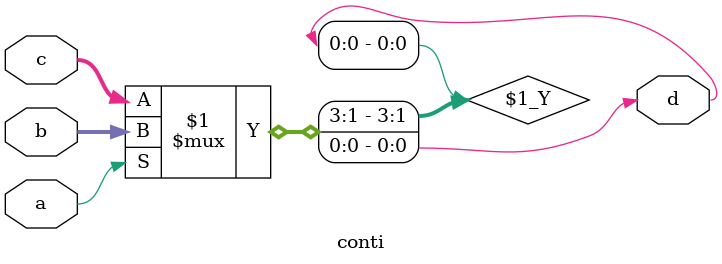
<source format=v>
module conti (
    a,b,c,d
);
input a;
input[3:0] b;
input[3:0] c;
output d;

assign d = a ? b : c;
endmodule

</source>
